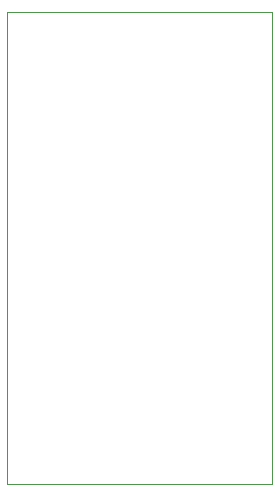
<source format=gtp>
G75*
%MOIN*%
%OFA0B0*%
%FSLAX24Y24*%
%IPPOS*%
%LPD*%
%AMOC8*
5,1,8,0,0,1.08239X$1,22.5*
%
%ADD10C,0.0000*%
D10*
X002209Y000487D02*
X002209Y016235D01*
X011068Y016235D01*
X011068Y000487D01*
X002209Y000487D01*
M02*

</source>
